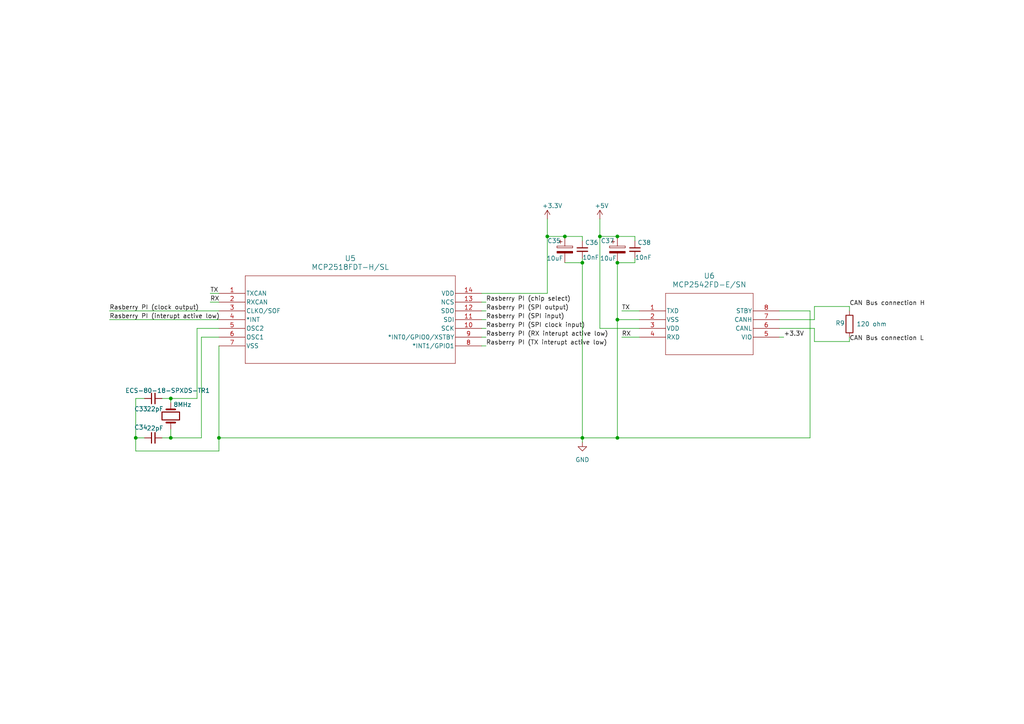
<source format=kicad_sch>
(kicad_sch (version 20231120) (generator "eeschema") (generator_version "8.0")
  (paper "A4")
  (lib_symbols
    (symbol "CAN_controller:MCP2518FDT-H_SL" (pin_names (offset 0.254))
      (property "Reference" "U" (at 38.1 10.16 0))
      (property "Value" "MCP2518FDT-H/SL" (at 38.1 7.62 0))
      (symbol "MCP2518FDT-H_SL_0_1"
        (polyline (pts (xy 7.62 -20.32) (xy 68.58 -20.32)) (stroke (width 0.127)))
        (polyline (pts (xy 7.62 5.08) (xy 7.62 -20.32)) (stroke (width 0.127)))
        (polyline (pts (xy 68.58 -20.32) (xy 68.58 5.08)) (stroke (width 0.127)))
        (polyline (pts (xy 68.58 5.08) (xy 7.62 5.08)) (stroke (width 0.127)))
        (pin output line (at 0 0 0) (length 7.62) (name "TXCAN") (number "1"))
        (pin input line (at 76.2 -10.16 180) (length 7.62) (name "SCK") (number "10"))
        (pin input line (at 76.2 -7.62 180) (length 7.62) (name "SDI") (number "11"))
        (pin output line (at 76.2 -5.08 180) (length 7.62) (name "SDO") (number "12"))
        (pin input line (at 76.2 -2.54 180) (length 7.62) (name "NCS") (number "13"))
        (pin power_in line (at 76.2 0 180) (length 7.62) (name "VDD") (number "14"))
        (pin input line (at 0 -2.54 0) (length 7.62) (name "RXCAN") (number "2"))
        (pin output line (at 0 -5.08 0) (length 7.62) (name "CLKO/SOF") (number "3"))
        (pin output line (at 0 -7.62 0) (length 7.62) (name "*INT") (number "4"))
        (pin output line (at 0 -10.16 0) (length 7.62) (name "OSC2") (number "5"))
        (pin input line (at 0 -12.7 0) (length 7.62) (name "OSC1") (number "6"))
        (pin power_out line (at 0 -15.24 0) (length 7.62) (name "VSS") (number "7"))
        (pin bidirectional line (at 76.2 -15.24 180) (length 7.62) (name "*INT1/GPIO1") (number "8"))
        (pin bidirectional line (at 76.2 -12.7 180) (length 7.62) (name "*INT0/GPIO0/XSTBY") (number "9"))
      )
    )
    (symbol "CAN_transceiver:MCP2542FD-E_SN" (pin_names (offset 0.254))
      (property "Reference" "U" (at 20.32 10.16 0))
      (property "Value" "MCP2542FD-E/SN" (at 20.32 7.62 0))
      (symbol "MCP2542FD-E_SN_0_1"
        (polyline (pts (xy 7.62 -12.7) (xy 33.02 -12.7)) (stroke (width 0.127)))
        (polyline (pts (xy 7.62 5.08) (xy 7.62 -12.7)) (stroke (width 0.127)))
        (polyline (pts (xy 33.02 -12.7) (xy 33.02 5.08)) (stroke (width 0.127)))
        (polyline (pts (xy 33.02 5.08) (xy 7.62 5.08)) (stroke (width 0.127)))
        (pin input line (at 0 0 0) (length 7.62) (name "TXD") (number "1"))
        (pin power_in line (at 0 -2.54 0) (length 7.62) (name "VSS") (number "2"))
        (pin power_in line (at 0 -5.08 0) (length 7.62) (name "VDD") (number "3"))
        (pin output line (at 0 -7.62 0) (length 7.62) (name "RXD") (number "4"))
        (pin bidirectional line (at 40.64 -7.62 180) (length 7.62) (name "VIO") (number "5"))
        (pin bidirectional line (at 40.64 -5.08 180) (length 7.62) (name "CANL") (number "6"))
        (pin bidirectional line (at 40.64 -2.54 180) (length 7.62) (name "CANH") (number "7"))
        (pin input line (at 40.64 0 180) (length 7.62) (name "STBY") (number "8"))
      )
    )
    (symbol "Device:C_Polarized" (pin_numbers hide) (pin_names (offset 0.254))
      (property "Reference" "C" (at 0.635 2.54 0))
      (property "Value" "C_Polarized" (at 0.635 -2.54 0))
      (symbol "C_Polarized_0_1"
        (rectangle (start -2.286 0.508) (end 2.286 1.016))
        (polyline (pts (xy -1.778 2.286) (xy -0.762 2.286)))
        (polyline (pts (xy -1.27 2.794) (xy -1.27 1.778)))
        (rectangle (start 2.286 -0.508) (end -2.286 -1.016) (fill (type outline)))
      )
      (symbol "C_Polarized_1_1"
        (pin passive line (at 0 3.81 270) (length 2.794) (name "~") (number "1"))
        (pin passive line (at 0 -3.81 90) (length 2.794) (name "~") (number "2"))
      )
    )
    (symbol "Device:C_Small" (pin_numbers hide) (pin_names (offset 0.254) hide)
      (property "Reference" "C" (at 0.254 1.778 0))
      (property "Value" "C_Small" (at 0.254 -2.032 0))
      (symbol "C_Small_0_1"
        (polyline (pts (xy -1.524 -0.508) (xy 1.524 -0.508)) (stroke (width 0.3302)))
        (polyline (pts (xy -1.524 0.508) (xy 1.524 0.508)) (stroke (width 0.3048)))
      )
      (symbol "C_Small_1_1"
        (pin passive line (at 0 2.54 270) (length 2.032) (name "~") (number "1"))
        (pin passive line (at 0 -2.54 90) (length 2.032) (name "~") (number "2"))
      )
    )
    (symbol "Device:Crystal" (pin_numbers hide) (pin_names (offset 1.016) hide)
      (property "Reference" "Y" (at 0 3.81 0))
      (property "Value" "Crystal" (at 0 -3.81 0))
      (symbol "Crystal_0_1"
        (rectangle (start -1.143 2.54) (end 1.143 -2.54) (stroke (width 0.3048)))
        (polyline (pts (xy -2.54 0) (xy -1.905 0)))
        (polyline (pts (xy -1.905 -1.27) (xy -1.905 1.27)) (stroke (width 0.508)))
        (polyline (pts (xy 1.905 -1.27) (xy 1.905 1.27)) (stroke (width 0.508)))
        (polyline (pts (xy 2.54 0) (xy 1.905 0)))
      )
      (symbol "Crystal_1_1"
        (pin passive line (at -3.81 0 0) (length 1.27) (name "1") (number "1"))
        (pin passive line (at 3.81 0 180) (length 1.27) (name "2") (number "2"))
      )
    )
    (symbol "Device:R" (pin_numbers hide) (pin_names (offset 0))
      (property "Reference" "R" (at 2.032 0 90))
      (property "Value" "R" (at 0 0 90))
      (symbol "R_0_1"
        (rectangle (start -1.016 -2.54) (end 1.016 2.54) (stroke (width 0.254)))
      )
      (symbol "R_1_1"
        (pin passive line (at 0 3.81 270) (length 1.27) (name "~") (number "1"))
        (pin passive line (at 0 -3.81 90) (length 1.27) (name "~") (number "2"))
      )
    )
    (symbol "power:GND" (power) (pin_numbers hide) (pin_names (offset 0) hide)
      (property "Value" "GND" (at 0 -3.81 0))
      (symbol "GND_0_1"
        (polyline (pts (xy 0 0) (xy 0 -1.27) (xy 1.27 -1.27) (xy 0 -2.54) (xy -1.27 -1.27) (xy 0 -1.27)))
      )
      (symbol "GND_1_1"
        (pin power_in line (at 0 0 270) (length 0) (name "~") (number "1"))
      )
    )
    (symbol "power:VDD" (power) (pin_numbers hide) (pin_names (offset 0) hide)
      (property "Value" "VDD" (at 0 3.556 0))
      (symbol "VDD_0_1"
        (polyline (pts (xy -0.762 1.27) (xy 0 2.54)))
        (polyline (pts (xy 0 0) (xy 0 2.54)))
        (polyline (pts (xy 0 2.54) (xy 0.762 1.27)))
      )
      (symbol "VDD_1_1"
        (pin power_in line (at 0 0 90) (length 0) (name "~") (number "1"))
      )
    )
  )
  (junction (at 49.53 127))
  (junction (at 179.07 76.2))
  (junction (at 168.91 127))
  (junction (at 168.91 76.2))
  (junction (at 179.07 127))
  (junction (at 49.53 115.57))
  (junction (at 158.75 68.58))
  (junction (at 63.5 127))
  (junction (at 179.07 92.71))
  (junction (at 173.99 68.58))
  (junction (at 39.37 127))
  (junction (at 163.83 68.58))
  (junction (at 179.07 68.58))
  (wire (pts (xy 39.37 115.57) (xy 39.37 127)))
  (wire (pts (xy 63.5 87.63) (xy 60.96 87.63)))
  (wire (pts (xy 63.5 85.09) (xy 60.96 85.09)))
  (wire (pts (xy 168.91 128.27) (xy 168.91 127)))
  (wire (pts (xy 179.07 68.58) (xy 184.15 68.58)))
  (wire (pts (xy 140.97 87.63) (xy 139.7 87.63)))
  (wire (pts (xy 39.37 130.81) (xy 63.5 130.81)))
  (wire (pts (xy 63.5 127) (xy 168.91 127)))
  (wire (pts (xy 236.22 99.06) (xy 246.38 99.06)))
  (wire (pts (xy 226.06 90.17) (xy 234.95 90.17)))
  (wire (pts (xy 246.38 88.9) (xy 246.38 90.17)))
  (wire (pts (xy 168.91 68.58) (xy 163.83 68.58)))
  (wire (pts (xy 49.53 127) (xy 58.42 127)))
  (wire (pts (xy 184.15 74.93) (xy 184.15 76.2)))
  (wire (pts (xy 163.83 76.2) (xy 168.91 76.2)))
  (wire (pts (xy 168.91 127) (xy 179.07 127)))
  (wire (pts (xy 57.15 115.57) (xy 49.53 115.57)))
  (wire (pts (xy 184.15 68.58) (xy 184.15 69.85)))
  (wire (pts (xy 227.33 97.79) (xy 226.06 97.79)))
  (wire (pts (xy 46.99 115.57) (xy 49.53 115.57)))
  (wire (pts (xy 168.91 69.85) (xy 168.91 68.58)))
  (wire (pts (xy 236.22 95.25) (xy 236.22 99.06)))
  (wire (pts (xy 139.7 92.71) (xy 140.97 92.71)))
  (wire (pts (xy 236.22 92.71) (xy 236.22 88.9)))
  (wire (pts (xy 31.75 90.17) (xy 63.5 90.17)))
  (wire (pts (xy 58.42 97.79) (xy 63.5 97.79)))
  (wire (pts (xy 173.99 68.58) (xy 173.99 95.25)))
  (wire (pts (xy 226.06 95.25) (xy 236.22 95.25)))
  (wire (pts (xy 57.15 95.25) (xy 63.5 95.25)))
  (wire (pts (xy 158.75 63.5) (xy 158.75 68.58)))
  (wire (pts (xy 234.95 127) (xy 179.07 127)))
  (wire (pts (xy 173.99 63.5) (xy 173.99 68.58)))
  (wire (pts (xy 63.5 100.33) (xy 63.5 127)))
  (wire (pts (xy 179.07 92.71) (xy 179.07 127)))
  (wire (pts (xy 246.38 99.06) (xy 246.38 97.79)))
  (wire (pts (xy 31.75 92.71) (xy 63.5 92.71)))
  (wire (pts (xy 226.06 92.71) (xy 236.22 92.71)))
  (wire (pts (xy 168.91 76.2) (xy 168.91 127)))
  (wire (pts (xy 179.07 92.71) (xy 185.42 92.71)))
  (wire (pts (xy 139.7 90.17) (xy 140.97 90.17)))
  (wire (pts (xy 180.34 97.79) (xy 185.42 97.79)))
  (wire (pts (xy 236.22 88.9) (xy 246.38 88.9)))
  (wire (pts (xy 180.34 90.17) (xy 185.42 90.17)))
  (wire (pts (xy 41.91 115.57) (xy 39.37 115.57)))
  (wire (pts (xy 139.7 100.33) (xy 140.97 100.33)))
  (wire (pts (xy 168.91 74.93) (xy 168.91 76.2)))
  (wire (pts (xy 163.83 68.58) (xy 158.75 68.58)))
  (wire (pts (xy 234.95 90.17) (xy 234.95 127)))
  (wire (pts (xy 185.42 95.25) (xy 173.99 95.25)))
  (wire (pts (xy 39.37 127) (xy 39.37 130.81)))
  (wire (pts (xy 46.99 127) (xy 49.53 127)))
  (wire (pts (xy 49.53 127) (xy 49.53 124.46)))
  (wire (pts (xy 158.75 85.09) (xy 139.7 85.09)))
  (wire (pts (xy 58.42 97.79) (xy 58.42 127)))
  (wire (pts (xy 140.97 95.25) (xy 139.7 95.25)))
  (wire (pts (xy 63.5 130.81) (xy 63.5 127)))
  (wire (pts (xy 173.99 68.58) (xy 179.07 68.58)))
  (wire (pts (xy 139.7 97.79) (xy 140.97 97.79)))
  (wire (pts (xy 49.53 115.57) (xy 49.53 116.84)))
  (wire (pts (xy 57.15 95.25) (xy 57.15 115.57)))
  (wire (pts (xy 179.07 76.2) (xy 184.15 76.2)))
  (wire (pts (xy 158.75 68.58) (xy 158.75 85.09)))
  (wire (pts (xy 179.07 76.2) (xy 179.07 92.71)))
  (wire (pts (xy 41.91 127) (xy 39.37 127)))
  (label "Rasberry PI (SPI input)" (at 140.97 92.71 0))
  (label "RX" (at 60.96 87.63 0))
  (label "TX" (at 60.96 85.09 0))
  (label "Rasberry PI (clock output)" (at 31.75 90.17 0))
  (label "TX" (at 180.34 90.17 0))
  (label "Rasberry PI (interupt active low)" (at 31.75 92.71 0))
  (label "CAN Bus connection H" (at 246.38 88.9 0))
  (label "+3.3V" (at 227.33 97.79 0))
  (label "RX" (at 180.34 97.79 0))
  (label "CAN Bus connection L" (at 246.38 99.06 0))
  (label "Rasberry PI (SPI clock input)" (at 140.97 95.25 0))
  (label "Rasberry PI (RX interupt active low)" (at 140.97 97.79 0))
  (label "Rasberry PI (TX interupt active low)" (at 140.97 100.33 0))
  (label "Rasberry PI (SPI output)" (at 140.97 90.17 0))
  (label "Rasberry PI (chip select)" (at 140.97 87.63 0))
  (symbol (lib_id "power:VDD") (at 173.99 63.5 0) (unit 1)
    (property "Reference" "#PWR037" (effects (hide yes)))
    (property "Value" "+5V" (at 172.466 59.69 0) (effects (justify left)))
    (property "Description" "Power symbol creates a global label with name \"VDD\"" (effects (hide yes)))
  )
  (symbol (lib_id "Device:C_Small") (at 44.45 127 90) (unit 1)
    (property "Reference" "C34" (at 40.894 123.952 90))
    (property "Value" "22pF" (at 44.958 124.206 90))
    (property "Description" "Unpolarized capacitor, small symbol" (effects (hide yes)))
  )
  (symbol (lib_id "CAN_transceiver:MCP2542FD-E_SN") (at 185.42 90.17 0) (unit 1)
    (property "Reference" "U6" (at 205.74 80.01 0) (effects (font (size 1.524 1.524))))
    (property "Value" "MCP2542FD-E/SN" (at 205.74 82.55 0) (effects (font (size 1.524 1.524))))
    (property "Footprint" "SOIC8_4P9X3P9MC_MCH" (effects (hide yes)))
    (property "Datasheet" "MCP2542FD-E/SN" (effects (hide yes)))
  )
  (symbol (lib_id "Device:C_Small") (at 168.91 72.39 0) (unit 1)
    (property "Reference" "C36" (at 169.672 70.358 0) (effects (justify left)))
    (property "Value" "10nF" (at 168.91 74.676 0) (effects (justify left)))
    (property "Description" "Unpolarized capacitor, small symbol" (effects (hide yes)))
  )
  (symbol (lib_id "Device:C_Polarized") (at 179.07 72.39 0) (unit 1)
    (property "Reference" "C37" (at 174.244 69.85 0) (effects (justify left)))
    (property "Value" "10uF" (at 173.99 74.93 0) (effects (justify left)))
    (property "Description" "Polarized capacitor" (effects (hide yes)))
  )
  (symbol (lib_id "Device:C_Small") (at 184.15 72.39 0) (unit 1)
    (property "Reference" "C38" (at 184.912 70.358 0) (effects (justify left)))
    (property "Value" "10nF" (at 184.15 74.676 0) (effects (justify left)))
    (property "Description" "Unpolarized capacitor, small symbol" (effects (hide yes)))
  )
  (symbol (lib_id "CAN_controller:MCP2518FDT-H_SL") (at 63.5 85.09 0) (unit 1)
    (property "Reference" "U5" (at 101.6 74.93 0) (effects (font (size 1.524 1.524))))
    (property "Value" "MCP2518FDT-H/SL" (at 101.6 77.47 0) (effects (font (size 1.524 1.524))))
    (property "Footprint" "SOIC14_150MIL_SL_MCH" (effects (hide yes)))
    (property "Datasheet" "MCP2518FDT-H/SL" (effects (hide yes)))
  )
  (symbol (lib_id "power:VDD") (at 158.75 63.5 0) (unit 1)
    (property "Reference" "#PWR035" (effects (hide yes)))
    (property "Value" "+3.3V" (at 157.226 59.69 0) (effects (justify left)))
    (property "Description" "Power symbol creates a global label with name \"VDD\"" (effects (hide yes)))
  )
  (symbol (lib_id "Device:R") (at 246.38 93.98 180) (unit 1)
    (property "Reference" "R9" (at 242.316 93.726 0) (effects (justify right)))
    (property "Value" "120 ohm" (at 248.412 93.98 0) (effects (justify right)))
    (property "Description" "Resistor" (effects (hide yes)))
  )
  (symbol (lib_id "power:GND") (at 168.91 128.27 0) (unit 1)
    (property "Reference" "#PWR036" (effects (hide yes)))
    (property "Value" "GND" (at 168.91 133.35 0))
    (property "Description" "Power symbol creates a global label with name \"GND\" , ground" (effects (hide yes)))
  )
  (symbol (lib_id "Device:C_Polarized") (at 163.83 72.39 0) (unit 1)
    (property "Reference" "C35" (at 158.75 69.85 0) (effects (justify left)))
    (property "Value" "10uF" (at 158.496 74.93 0) (effects (justify left)))
    (property "Description" "Polarized capacitor" (effects (hide yes)))
  )
  (symbol (lib_id "Device:C_Small") (at 44.45 115.57 90) (unit 1)
    (property "Reference" "C33" (at 40.894 118.618 90))
    (property "Value" "22pF" (at 44.958 118.618 90))
    (property "Description" "Unpolarized capacitor, small symbol" (effects (hide yes)))
  )
  (symbol (lib_id "Device:Crystal") (at 49.53 120.65 90) (unit 1)
    (property "Reference" "ECS-80-18-SPXDS-TR1" (at 36.322 113.284 90) (effects (justify right)))
    (property "Value" "8MHz" (at 50.292 117.348 90) (effects (justify right)))
    (property "Description" "Two pin crystal" (effects (hide yes)))
  )
)
</source>
